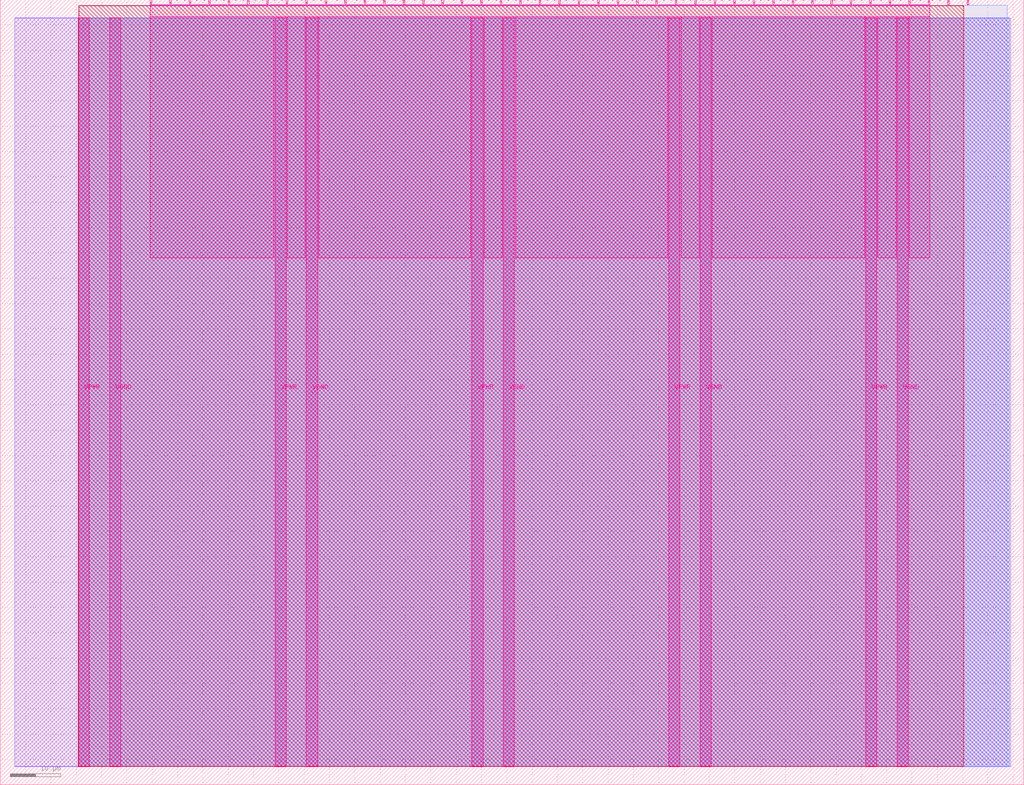
<source format=lef>
VERSION 5.7 ;
  NOWIREEXTENSIONATPIN ON ;
  DIVIDERCHAR "/" ;
  BUSBITCHARS "[]" ;
MACRO tt_um_dmtd_arghunter
  CLASS BLOCK ;
  FOREIGN tt_um_dmtd_arghunter ;
  ORIGIN 0.000 0.000 ;
  SIZE 202.080 BY 154.980 ;
  PIN VGND
    DIRECTION INOUT ;
    USE GROUND ;
    PORT
      LAYER Metal5 ;
        RECT 21.580 3.560 23.780 151.420 ;
    END
    PORT
      LAYER Metal5 ;
        RECT 60.450 3.560 62.650 151.420 ;
    END
    PORT
      LAYER Metal5 ;
        RECT 99.320 3.560 101.520 151.420 ;
    END
    PORT
      LAYER Metal5 ;
        RECT 138.190 3.560 140.390 151.420 ;
    END
    PORT
      LAYER Metal5 ;
        RECT 177.060 3.560 179.260 151.420 ;
    END
  END VGND
  PIN VPWR
    DIRECTION INOUT ;
    USE POWER ;
    PORT
      LAYER Metal5 ;
        RECT 15.380 3.560 17.580 151.420 ;
    END
    PORT
      LAYER Metal5 ;
        RECT 54.250 3.560 56.450 151.420 ;
    END
    PORT
      LAYER Metal5 ;
        RECT 93.120 3.560 95.320 151.420 ;
    END
    PORT
      LAYER Metal5 ;
        RECT 131.990 3.560 134.190 151.420 ;
    END
    PORT
      LAYER Metal5 ;
        RECT 170.860 3.560 173.060 151.420 ;
    END
  END VPWR
  PIN clk
    DIRECTION INPUT ;
    USE SIGNAL ;
    PORT
      LAYER Metal5 ;
        RECT 187.050 153.980 187.350 154.980 ;
    END
  END clk
  PIN ena
    DIRECTION INPUT ;
    USE SIGNAL ;
    PORT
      LAYER Metal5 ;
        RECT 190.890 153.980 191.190 154.980 ;
    END
  END ena
  PIN rst_n
    DIRECTION INPUT ;
    USE SIGNAL ;
    ANTENNAGATEAREA 0.527800 ;
    PORT
      LAYER Metal5 ;
        RECT 183.210 153.980 183.510 154.980 ;
    END
  END rst_n
  PIN ui_in[0]
    DIRECTION INPUT ;
    USE SIGNAL ;
    ANTENNAGATEAREA 0.393900 ;
    PORT
      LAYER Metal5 ;
        RECT 179.370 153.980 179.670 154.980 ;
    END
  END ui_in[0]
  PIN ui_in[1]
    DIRECTION INPUT ;
    USE SIGNAL ;
    ANTENNAGATEAREA 0.180700 ;
    PORT
      LAYER Metal5 ;
        RECT 175.530 153.980 175.830 154.980 ;
    END
  END ui_in[1]
  PIN ui_in[2]
    DIRECTION INPUT ;
    USE SIGNAL ;
    ANTENNAGATEAREA 0.180700 ;
    PORT
      LAYER Metal5 ;
        RECT 171.690 153.980 171.990 154.980 ;
    END
  END ui_in[2]
  PIN ui_in[3]
    DIRECTION INPUT ;
    USE SIGNAL ;
    PORT
      LAYER Metal5 ;
        RECT 167.850 153.980 168.150 154.980 ;
    END
  END ui_in[3]
  PIN ui_in[4]
    DIRECTION INPUT ;
    USE SIGNAL ;
    PORT
      LAYER Metal5 ;
        RECT 164.010 153.980 164.310 154.980 ;
    END
  END ui_in[4]
  PIN ui_in[5]
    DIRECTION INPUT ;
    USE SIGNAL ;
    PORT
      LAYER Metal5 ;
        RECT 160.170 153.980 160.470 154.980 ;
    END
  END ui_in[5]
  PIN ui_in[6]
    DIRECTION INPUT ;
    USE SIGNAL ;
    PORT
      LAYER Metal5 ;
        RECT 156.330 153.980 156.630 154.980 ;
    END
  END ui_in[6]
  PIN ui_in[7]
    DIRECTION INPUT ;
    USE SIGNAL ;
    PORT
      LAYER Metal5 ;
        RECT 152.490 153.980 152.790 154.980 ;
    END
  END ui_in[7]
  PIN uio_in[0]
    DIRECTION INPUT ;
    USE SIGNAL ;
    ANTENNAGATEAREA 0.180700 ;
    PORT
      LAYER Metal5 ;
        RECT 148.650 153.980 148.950 154.980 ;
    END
  END uio_in[0]
  PIN uio_in[1]
    DIRECTION INPUT ;
    USE SIGNAL ;
    ANTENNAGATEAREA 0.213200 ;
    PORT
      LAYER Metal5 ;
        RECT 144.810 153.980 145.110 154.980 ;
    END
  END uio_in[1]
  PIN uio_in[2]
    DIRECTION INPUT ;
    USE SIGNAL ;
    ANTENNAGATEAREA 0.426400 ;
    PORT
      LAYER Metal5 ;
        RECT 140.970 153.980 141.270 154.980 ;
    END
  END uio_in[2]
  PIN uio_in[3]
    DIRECTION INPUT ;
    USE SIGNAL ;
    ANTENNAGATEAREA 0.213200 ;
    PORT
      LAYER Metal5 ;
        RECT 137.130 153.980 137.430 154.980 ;
    END
  END uio_in[3]
  PIN uio_in[4]
    DIRECTION INPUT ;
    USE SIGNAL ;
    ANTENNAGATEAREA 0.314600 ;
    PORT
      LAYER Metal5 ;
        RECT 133.290 153.980 133.590 154.980 ;
    END
  END uio_in[4]
  PIN uio_in[5]
    DIRECTION INPUT ;
    USE SIGNAL ;
    ANTENNAGATEAREA 0.180700 ;
    PORT
      LAYER Metal5 ;
        RECT 129.450 153.980 129.750 154.980 ;
    END
  END uio_in[5]
  PIN uio_in[6]
    DIRECTION INPUT ;
    USE SIGNAL ;
    ANTENNAGATEAREA 0.180700 ;
    PORT
      LAYER Metal5 ;
        RECT 125.610 153.980 125.910 154.980 ;
    END
  END uio_in[6]
  PIN uio_in[7]
    DIRECTION INPUT ;
    USE SIGNAL ;
    ANTENNAGATEAREA 0.180700 ;
    PORT
      LAYER Metal5 ;
        RECT 121.770 153.980 122.070 154.980 ;
    END
  END uio_in[7]
  PIN uio_oe[0]
    DIRECTION OUTPUT ;
    USE SIGNAL ;
    ANTENNADIFFAREA 0.299200 ;
    PORT
      LAYER Metal5 ;
        RECT 56.490 153.980 56.790 154.980 ;
    END
  END uio_oe[0]
  PIN uio_oe[1]
    DIRECTION OUTPUT ;
    USE SIGNAL ;
    ANTENNADIFFAREA 0.299200 ;
    PORT
      LAYER Metal5 ;
        RECT 52.650 153.980 52.950 154.980 ;
    END
  END uio_oe[1]
  PIN uio_oe[2]
    DIRECTION OUTPUT ;
    USE SIGNAL ;
    ANTENNADIFFAREA 0.299200 ;
    PORT
      LAYER Metal5 ;
        RECT 48.810 153.980 49.110 154.980 ;
    END
  END uio_oe[2]
  PIN uio_oe[3]
    DIRECTION OUTPUT ;
    USE SIGNAL ;
    ANTENNADIFFAREA 0.299200 ;
    PORT
      LAYER Metal5 ;
        RECT 44.970 153.980 45.270 154.980 ;
    END
  END uio_oe[3]
  PIN uio_oe[4]
    DIRECTION OUTPUT ;
    USE SIGNAL ;
    ANTENNADIFFAREA 0.299200 ;
    PORT
      LAYER Metal5 ;
        RECT 41.130 153.980 41.430 154.980 ;
    END
  END uio_oe[4]
  PIN uio_oe[5]
    DIRECTION OUTPUT ;
    USE SIGNAL ;
    ANTENNADIFFAREA 0.299200 ;
    PORT
      LAYER Metal5 ;
        RECT 37.290 153.980 37.590 154.980 ;
    END
  END uio_oe[5]
  PIN uio_oe[6]
    DIRECTION OUTPUT ;
    USE SIGNAL ;
    ANTENNADIFFAREA 0.299200 ;
    PORT
      LAYER Metal5 ;
        RECT 33.450 153.980 33.750 154.980 ;
    END
  END uio_oe[6]
  PIN uio_oe[7]
    DIRECTION OUTPUT ;
    USE SIGNAL ;
    ANTENNADIFFAREA 0.299200 ;
    PORT
      LAYER Metal5 ;
        RECT 29.610 153.980 29.910 154.980 ;
    END
  END uio_oe[7]
  PIN uio_out[0]
    DIRECTION OUTPUT ;
    USE SIGNAL ;
    ANTENNADIFFAREA 0.299200 ;
    PORT
      LAYER Metal5 ;
        RECT 87.210 153.980 87.510 154.980 ;
    END
  END uio_out[0]
  PIN uio_out[1]
    DIRECTION OUTPUT ;
    USE SIGNAL ;
    ANTENNADIFFAREA 0.299200 ;
    PORT
      LAYER Metal5 ;
        RECT 83.370 153.980 83.670 154.980 ;
    END
  END uio_out[1]
  PIN uio_out[2]
    DIRECTION OUTPUT ;
    USE SIGNAL ;
    ANTENNADIFFAREA 0.299200 ;
    PORT
      LAYER Metal5 ;
        RECT 79.530 153.980 79.830 154.980 ;
    END
  END uio_out[2]
  PIN uio_out[3]
    DIRECTION OUTPUT ;
    USE SIGNAL ;
    ANTENNADIFFAREA 0.299200 ;
    PORT
      LAYER Metal5 ;
        RECT 75.690 153.980 75.990 154.980 ;
    END
  END uio_out[3]
  PIN uio_out[4]
    DIRECTION OUTPUT ;
    USE SIGNAL ;
    ANTENNADIFFAREA 0.299200 ;
    PORT
      LAYER Metal5 ;
        RECT 71.850 153.980 72.150 154.980 ;
    END
  END uio_out[4]
  PIN uio_out[5]
    DIRECTION OUTPUT ;
    USE SIGNAL ;
    ANTENNADIFFAREA 0.299200 ;
    PORT
      LAYER Metal5 ;
        RECT 68.010 153.980 68.310 154.980 ;
    END
  END uio_out[5]
  PIN uio_out[6]
    DIRECTION OUTPUT ;
    USE SIGNAL ;
    ANTENNADIFFAREA 0.299200 ;
    PORT
      LAYER Metal5 ;
        RECT 64.170 153.980 64.470 154.980 ;
    END
  END uio_out[6]
  PIN uio_out[7]
    DIRECTION OUTPUT ;
    USE SIGNAL ;
    ANTENNADIFFAREA 0.299200 ;
    PORT
      LAYER Metal5 ;
        RECT 60.330 153.980 60.630 154.980 ;
    END
  END uio_out[7]
  PIN uo_out[0]
    DIRECTION OUTPUT ;
    USE SIGNAL ;
    ANTENNADIFFAREA 0.654800 ;
    PORT
      LAYER Metal5 ;
        RECT 117.930 153.980 118.230 154.980 ;
    END
  END uo_out[0]
  PIN uo_out[1]
    DIRECTION OUTPUT ;
    USE SIGNAL ;
    ANTENNADIFFAREA 0.299200 ;
    PORT
      LAYER Metal5 ;
        RECT 114.090 153.980 114.390 154.980 ;
    END
  END uo_out[1]
  PIN uo_out[2]
    DIRECTION OUTPUT ;
    USE SIGNAL ;
    ANTENNADIFFAREA 0.299200 ;
    PORT
      LAYER Metal5 ;
        RECT 110.250 153.980 110.550 154.980 ;
    END
  END uo_out[2]
  PIN uo_out[3]
    DIRECTION OUTPUT ;
    USE SIGNAL ;
    ANTENNADIFFAREA 0.299200 ;
    PORT
      LAYER Metal5 ;
        RECT 106.410 153.980 106.710 154.980 ;
    END
  END uo_out[3]
  PIN uo_out[4]
    DIRECTION OUTPUT ;
    USE SIGNAL ;
    ANTENNADIFFAREA 0.299200 ;
    PORT
      LAYER Metal5 ;
        RECT 102.570 153.980 102.870 154.980 ;
    END
  END uo_out[4]
  PIN uo_out[5]
    DIRECTION OUTPUT ;
    USE SIGNAL ;
    ANTENNADIFFAREA 0.299200 ;
    PORT
      LAYER Metal5 ;
        RECT 98.730 153.980 99.030 154.980 ;
    END
  END uo_out[5]
  PIN uo_out[6]
    DIRECTION OUTPUT ;
    USE SIGNAL ;
    ANTENNADIFFAREA 0.299200 ;
    PORT
      LAYER Metal5 ;
        RECT 94.890 153.980 95.190 154.980 ;
    END
  END uo_out[6]
  PIN uo_out[7]
    DIRECTION OUTPUT ;
    USE SIGNAL ;
    ANTENNADIFFAREA 0.299200 ;
    PORT
      LAYER Metal5 ;
        RECT 91.050 153.980 91.350 154.980 ;
    END
  END uo_out[7]
  OBS
      LAYER GatPoly ;
        RECT 2.880 3.630 199.200 151.350 ;
      LAYER Metal1 ;
        RECT 2.880 3.560 199.200 151.420 ;
      LAYER Metal2 ;
        RECT 15.515 3.680 199.475 151.300 ;
      LAYER Metal3 ;
        RECT 15.560 3.635 198.820 153.865 ;
      LAYER Metal4 ;
        RECT 15.515 3.680 190.225 153.820 ;
      LAYER Metal5 ;
        RECT 30.120 153.770 33.240 153.980 ;
        RECT 33.960 153.770 37.080 153.980 ;
        RECT 37.800 153.770 40.920 153.980 ;
        RECT 41.640 153.770 44.760 153.980 ;
        RECT 45.480 153.770 48.600 153.980 ;
        RECT 49.320 153.770 52.440 153.980 ;
        RECT 53.160 153.770 56.280 153.980 ;
        RECT 57.000 153.770 60.120 153.980 ;
        RECT 60.840 153.770 63.960 153.980 ;
        RECT 64.680 153.770 67.800 153.980 ;
        RECT 68.520 153.770 71.640 153.980 ;
        RECT 72.360 153.770 75.480 153.980 ;
        RECT 76.200 153.770 79.320 153.980 ;
        RECT 80.040 153.770 83.160 153.980 ;
        RECT 83.880 153.770 87.000 153.980 ;
        RECT 87.720 153.770 90.840 153.980 ;
        RECT 91.560 153.770 94.680 153.980 ;
        RECT 95.400 153.770 98.520 153.980 ;
        RECT 99.240 153.770 102.360 153.980 ;
        RECT 103.080 153.770 106.200 153.980 ;
        RECT 106.920 153.770 110.040 153.980 ;
        RECT 110.760 153.770 113.880 153.980 ;
        RECT 114.600 153.770 117.720 153.980 ;
        RECT 118.440 153.770 121.560 153.980 ;
        RECT 122.280 153.770 125.400 153.980 ;
        RECT 126.120 153.770 129.240 153.980 ;
        RECT 129.960 153.770 133.080 153.980 ;
        RECT 133.800 153.770 136.920 153.980 ;
        RECT 137.640 153.770 140.760 153.980 ;
        RECT 141.480 153.770 144.600 153.980 ;
        RECT 145.320 153.770 148.440 153.980 ;
        RECT 149.160 153.770 152.280 153.980 ;
        RECT 153.000 153.770 156.120 153.980 ;
        RECT 156.840 153.770 159.960 153.980 ;
        RECT 160.680 153.770 163.800 153.980 ;
        RECT 164.520 153.770 167.640 153.980 ;
        RECT 168.360 153.770 171.480 153.980 ;
        RECT 172.200 153.770 175.320 153.980 ;
        RECT 176.040 153.770 179.160 153.980 ;
        RECT 179.880 153.770 183.000 153.980 ;
        RECT 29.660 151.630 183.460 153.770 ;
        RECT 29.660 104.015 54.040 151.630 ;
        RECT 56.660 104.015 60.240 151.630 ;
        RECT 62.860 104.015 92.910 151.630 ;
        RECT 95.530 104.015 99.110 151.630 ;
        RECT 101.730 104.015 131.780 151.630 ;
        RECT 134.400 104.015 137.980 151.630 ;
        RECT 140.600 104.015 170.650 151.630 ;
        RECT 173.270 104.015 176.850 151.630 ;
        RECT 179.470 104.015 183.460 151.630 ;
  END
END tt_um_dmtd_arghunter
END LIBRARY


</source>
